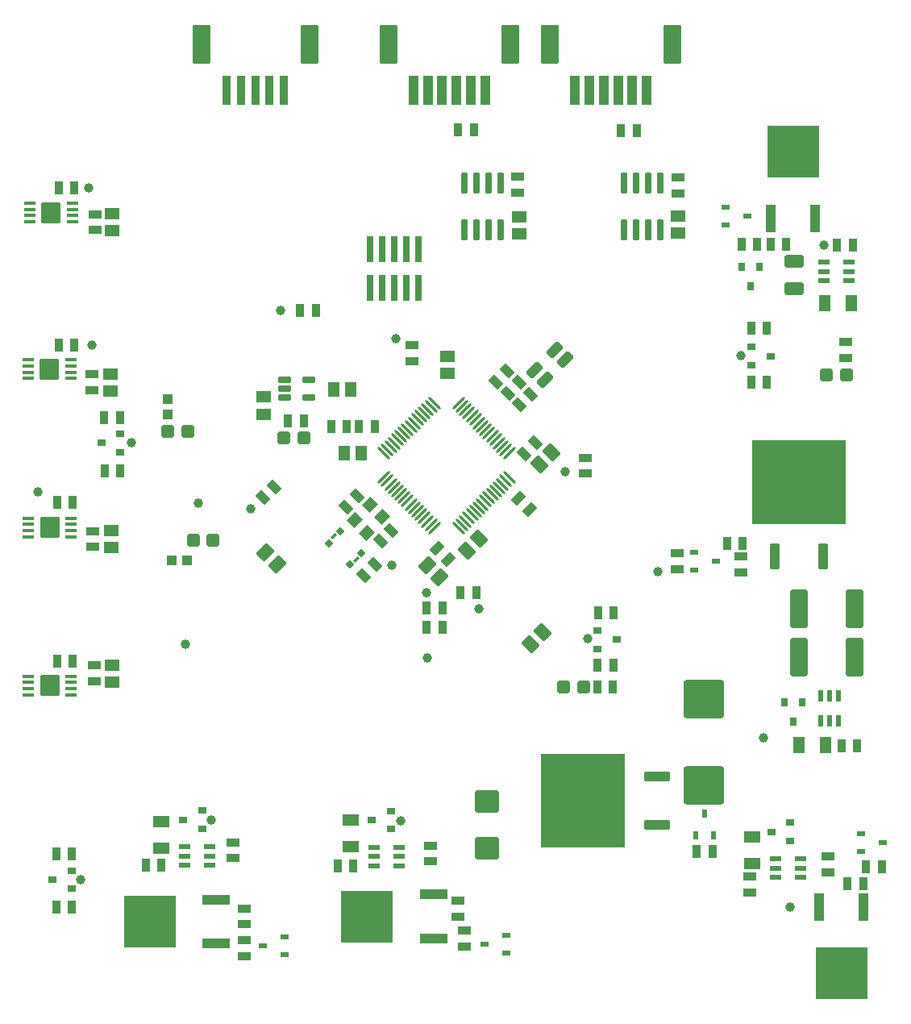
<source format=gtp>
G04*
G04 #@! TF.GenerationSoftware,Altium Limited,Altium Designer,21.6.4 (81)*
G04*
G04 Layer_Color=8421504*
%FSLAX25Y25*%
%MOIN*%
G70*
G04*
G04 #@! TF.SameCoordinates,042D30B8-6E37-4B2D-B353-5EAC6A6B4B5F*
G04*
G04*
G04 #@! TF.FilePolarity,Positive*
G04*
G01*
G75*
G04:AMPARAMS|DCode=18|XSize=55.12mil|YSize=35.43mil|CornerRadius=2.66mil|HoleSize=0mil|Usage=FLASHONLY|Rotation=180.000|XOffset=0mil|YOffset=0mil|HoleType=Round|Shape=RoundedRectangle|*
%AMROUNDEDRECTD18*
21,1,0.05512,0.03012,0,0,180.0*
21,1,0.04980,0.03543,0,0,180.0*
1,1,0.00532,-0.02490,0.01506*
1,1,0.00532,0.02490,0.01506*
1,1,0.00532,0.02490,-0.01506*
1,1,0.00532,-0.02490,-0.01506*
%
%ADD18ROUNDEDRECTD18*%
G04:AMPARAMS|DCode=19|XSize=43.31mil|YSize=39.37mil|CornerRadius=2.95mil|HoleSize=0mil|Usage=FLASHONLY|Rotation=180.000|XOffset=0mil|YOffset=0mil|HoleType=Round|Shape=RoundedRectangle|*
%AMROUNDEDRECTD19*
21,1,0.04331,0.03347,0,0,180.0*
21,1,0.03740,0.03937,0,0,180.0*
1,1,0.00591,-0.01870,0.01673*
1,1,0.00591,0.01870,0.01673*
1,1,0.00591,0.01870,-0.01673*
1,1,0.00591,-0.01870,-0.01673*
%
%ADD19ROUNDEDRECTD19*%
G04:AMPARAMS|DCode=20|XSize=43.31mil|YSize=39.37mil|CornerRadius=2.95mil|HoleSize=0mil|Usage=FLASHONLY|Rotation=270.000|XOffset=0mil|YOffset=0mil|HoleType=Round|Shape=RoundedRectangle|*
%AMROUNDEDRECTD20*
21,1,0.04331,0.03347,0,0,270.0*
21,1,0.03740,0.03937,0,0,270.0*
1,1,0.00591,-0.01673,-0.01870*
1,1,0.00591,-0.01673,0.01870*
1,1,0.00591,0.01673,0.01870*
1,1,0.00591,0.01673,-0.01870*
%
%ADD20ROUNDEDRECTD20*%
G04:AMPARAMS|DCode=21|XSize=51.18mil|YSize=51.18mil|CornerRadius=5.12mil|HoleSize=0mil|Usage=FLASHONLY|Rotation=0.000|XOffset=0mil|YOffset=0mil|HoleType=Round|Shape=RoundedRectangle|*
%AMROUNDEDRECTD21*
21,1,0.05118,0.04095,0,0,0.0*
21,1,0.04095,0.05118,0,0,0.0*
1,1,0.01024,0.02047,-0.02047*
1,1,0.01024,-0.02047,-0.02047*
1,1,0.01024,-0.02047,0.02047*
1,1,0.01024,0.02047,0.02047*
%
%ADD21ROUNDEDRECTD21*%
%ADD22C,0.03937*%
%ADD23R,0.04724X0.02362*%
%ADD24R,0.03543X0.03150*%
G04:AMPARAMS|DCode=25|XSize=49.21mil|YSize=62.99mil|CornerRadius=4.92mil|HoleSize=0mil|Usage=FLASHONLY|Rotation=225.000|XOffset=0mil|YOffset=0mil|HoleType=Round|Shape=RoundedRectangle|*
%AMROUNDEDRECTD25*
21,1,0.04921,0.05315,0,0,225.0*
21,1,0.03937,0.06299,0,0,225.0*
1,1,0.00984,-0.03271,0.00487*
1,1,0.00984,-0.00487,0.03271*
1,1,0.00984,0.03271,-0.00487*
1,1,0.00984,0.00487,-0.03271*
%
%ADD25ROUNDEDRECTD25*%
G04:AMPARAMS|DCode=26|XSize=55.12mil|YSize=35.43mil|CornerRadius=2.66mil|HoleSize=0mil|Usage=FLASHONLY|Rotation=90.000|XOffset=0mil|YOffset=0mil|HoleType=Round|Shape=RoundedRectangle|*
%AMROUNDEDRECTD26*
21,1,0.05512,0.03012,0,0,90.0*
21,1,0.04980,0.03543,0,0,90.0*
1,1,0.00532,0.01506,0.02490*
1,1,0.00532,0.01506,-0.02490*
1,1,0.00532,-0.01506,-0.02490*
1,1,0.00532,-0.01506,0.02490*
%
%ADD26ROUNDEDRECTD26*%
%ADD27R,0.11417X0.04331*%
%ADD28R,0.21654X0.21260*%
G04:AMPARAMS|DCode=29|XSize=49.21mil|YSize=62.99mil|CornerRadius=4.92mil|HoleSize=0mil|Usage=FLASHONLY|Rotation=44.000|XOffset=0mil|YOffset=0mil|HoleType=Round|Shape=RoundedRectangle|*
%AMROUNDEDRECTD29*
21,1,0.04921,0.05315,0,0,44.0*
21,1,0.03937,0.06299,0,0,44.0*
1,1,0.00984,0.03262,-0.00544*
1,1,0.00984,0.00430,-0.03279*
1,1,0.00984,-0.03262,0.00544*
1,1,0.00984,-0.00430,0.03279*
%
%ADD29ROUNDEDRECTD29*%
G04:AMPARAMS|DCode=30|XSize=49.21mil|YSize=62.99mil|CornerRadius=4.92mil|HoleSize=0mil|Usage=FLASHONLY|Rotation=135.000|XOffset=0mil|YOffset=0mil|HoleType=Round|Shape=RoundedRectangle|*
%AMROUNDEDRECTD30*
21,1,0.04921,0.05315,0,0,135.0*
21,1,0.03937,0.06299,0,0,135.0*
1,1,0.00984,0.00487,0.03271*
1,1,0.00984,0.03271,0.00487*
1,1,0.00984,-0.00487,-0.03271*
1,1,0.00984,-0.03271,-0.00487*
%
%ADD30ROUNDEDRECTD30*%
G04:AMPARAMS|DCode=31|XSize=55.12mil|YSize=35.43mil|CornerRadius=2.66mil|HoleSize=0mil|Usage=FLASHONLY|Rotation=135.000|XOffset=0mil|YOffset=0mil|HoleType=Round|Shape=RoundedRectangle|*
%AMROUNDEDRECTD31*
21,1,0.05512,0.03012,0,0,135.0*
21,1,0.04980,0.03543,0,0,135.0*
1,1,0.00532,-0.00696,0.02826*
1,1,0.00532,0.02826,-0.00696*
1,1,0.00532,0.00696,-0.02826*
1,1,0.00532,-0.02826,0.00696*
%
%ADD31ROUNDEDRECTD31*%
G04:AMPARAMS|DCode=32|XSize=25.59mil|YSize=23.62mil|CornerRadius=1.77mil|HoleSize=0mil|Usage=FLASHONLY|Rotation=315.000|XOffset=0mil|YOffset=0mil|HoleType=Round|Shape=RoundedRectangle|*
%AMROUNDEDRECTD32*
21,1,0.02559,0.02008,0,0,315.0*
21,1,0.02205,0.02362,0,0,315.0*
1,1,0.00354,0.00070,-0.01489*
1,1,0.00354,-0.01489,0.00070*
1,1,0.00354,-0.00070,0.01489*
1,1,0.00354,0.01489,-0.00070*
%
%ADD32ROUNDEDRECTD32*%
G04:AMPARAMS|DCode=33|XSize=13.78mil|YSize=27.56mil|CornerRadius=1.03mil|HoleSize=0mil|Usage=FLASHONLY|Rotation=315.000|XOffset=0mil|YOffset=0mil|HoleType=Round|Shape=RoundedRectangle|*
%AMROUNDEDRECTD33*
21,1,0.01378,0.02549,0,0,315.0*
21,1,0.01171,0.02756,0,0,315.0*
1,1,0.00207,-0.00487,-0.01315*
1,1,0.00207,-0.01315,-0.00487*
1,1,0.00207,0.00487,0.01315*
1,1,0.00207,0.01315,0.00487*
%
%ADD33ROUNDEDRECTD33*%
G04:AMPARAMS|DCode=34|XSize=51.18mil|YSize=43.31mil|CornerRadius=0mil|HoleSize=0mil|Usage=FLASHONLY|Rotation=45.000|XOffset=0mil|YOffset=0mil|HoleType=Round|Shape=Rectangle|*
%AMROTATEDRECTD34*
4,1,4,-0.00278,-0.03341,-0.03341,-0.00278,0.00278,0.03341,0.03341,0.00278,-0.00278,-0.03341,0.0*
%
%ADD34ROTATEDRECTD34*%

G04:AMPARAMS|DCode=35|XSize=49.21mil|YSize=62.99mil|CornerRadius=4.92mil|HoleSize=0mil|Usage=FLASHONLY|Rotation=0.000|XOffset=0mil|YOffset=0mil|HoleType=Round|Shape=RoundedRectangle|*
%AMROUNDEDRECTD35*
21,1,0.04921,0.05315,0,0,0.0*
21,1,0.03937,0.06299,0,0,0.0*
1,1,0.00984,0.01968,-0.02657*
1,1,0.00984,-0.01968,-0.02657*
1,1,0.00984,-0.01968,0.02657*
1,1,0.00984,0.01968,0.02657*
%
%ADD35ROUNDEDRECTD35*%
G04:AMPARAMS|DCode=36|XSize=39.37mil|YSize=66.93mil|CornerRadius=3.94mil|HoleSize=0mil|Usage=FLASHONLY|Rotation=135.000|XOffset=0mil|YOffset=0mil|HoleType=Round|Shape=RoundedRectangle|*
%AMROUNDEDRECTD36*
21,1,0.03937,0.05906,0,0,135.0*
21,1,0.03150,0.06693,0,0,135.0*
1,1,0.00787,0.00974,0.03202*
1,1,0.00787,0.03202,0.00974*
1,1,0.00787,-0.00974,-0.03202*
1,1,0.00787,-0.03202,-0.00974*
%
%ADD36ROUNDEDRECTD36*%
G04:AMPARAMS|DCode=37|XSize=49.21mil|YSize=62.99mil|CornerRadius=4.92mil|HoleSize=0mil|Usage=FLASHONLY|Rotation=270.000|XOffset=0mil|YOffset=0mil|HoleType=Round|Shape=RoundedRectangle|*
%AMROUNDEDRECTD37*
21,1,0.04921,0.05315,0,0,270.0*
21,1,0.03937,0.06299,0,0,270.0*
1,1,0.00984,-0.02657,-0.01968*
1,1,0.00984,-0.02657,0.01968*
1,1,0.00984,0.02657,0.01968*
1,1,0.00984,0.02657,-0.01968*
%
%ADD37ROUNDEDRECTD37*%
G04:AMPARAMS|DCode=38|XSize=55.12mil|YSize=35.43mil|CornerRadius=2.66mil|HoleSize=0mil|Usage=FLASHONLY|Rotation=225.000|XOffset=0mil|YOffset=0mil|HoleType=Round|Shape=RoundedRectangle|*
%AMROUNDEDRECTD38*
21,1,0.05512,0.03012,0,0,225.0*
21,1,0.04980,0.03543,0,0,225.0*
1,1,0.00532,-0.02826,-0.00696*
1,1,0.00532,0.00696,0.02826*
1,1,0.00532,0.02826,0.00696*
1,1,0.00532,-0.00696,-0.02826*
%
%ADD38ROUNDEDRECTD38*%
G04:AMPARAMS|DCode=39|XSize=11.81mil|YSize=70.87mil|CornerRadius=0mil|HoleSize=0mil|Usage=FLASHONLY|Rotation=45.000|XOffset=0mil|YOffset=0mil|HoleType=Round|Shape=Round|*
%AMOVALD39*
21,1,0.05906,0.01181,0.00000,0.00000,135.0*
1,1,0.01181,0.02088,-0.02088*
1,1,0.01181,-0.02088,0.02088*
%
%ADD39OVALD39*%

G04:AMPARAMS|DCode=40|XSize=11.81mil|YSize=70.87mil|CornerRadius=0mil|HoleSize=0mil|Usage=FLASHONLY|Rotation=135.000|XOffset=0mil|YOffset=0mil|HoleType=Round|Shape=Round|*
%AMOVALD40*
21,1,0.05906,0.01181,0.00000,0.00000,225.0*
1,1,0.01181,0.02088,0.02088*
1,1,0.01181,-0.02088,-0.02088*
%
%ADD40OVALD40*%

G04:AMPARAMS|DCode=41|XSize=24.8mil|YSize=51.18mil|CornerRadius=1.86mil|HoleSize=0mil|Usage=FLASHONLY|Rotation=90.000|XOffset=0mil|YOffset=0mil|HoleType=Round|Shape=RoundedRectangle|*
%AMROUNDEDRECTD41*
21,1,0.02480,0.04746,0,0,90.0*
21,1,0.02108,0.05118,0,0,90.0*
1,1,0.00372,0.02373,0.01054*
1,1,0.00372,0.02373,-0.01054*
1,1,0.00372,-0.02373,-0.01054*
1,1,0.00372,-0.02373,0.01054*
%
%ADD41ROUNDEDRECTD41*%
%ADD42R,0.07087X0.05118*%
G04:AMPARAMS|DCode=43|XSize=90.55mil|YSize=98.43mil|CornerRadius=6.79mil|HoleSize=0mil|Usage=FLASHONLY|Rotation=90.000|XOffset=0mil|YOffset=0mil|HoleType=Round|Shape=RoundedRectangle|*
%AMROUNDEDRECTD43*
21,1,0.09055,0.08484,0,0,90.0*
21,1,0.07697,0.09843,0,0,90.0*
1,1,0.01358,0.04242,0.03848*
1,1,0.01358,0.04242,-0.03848*
1,1,0.01358,-0.04242,-0.03848*
1,1,0.01358,-0.04242,0.03848*
%
%ADD43ROUNDEDRECTD43*%
%ADD44R,0.03543X0.02362*%
%ADD45R,0.21260X0.21654*%
%ADD46R,0.04331X0.11417*%
%ADD47R,0.02362X0.03543*%
G04:AMPARAMS|DCode=48|XSize=157.48mil|YSize=167.32mil|CornerRadius=11.81mil|HoleSize=0mil|Usage=FLASHONLY|Rotation=90.000|XOffset=0mil|YOffset=0mil|HoleType=Round|Shape=RoundedRectangle|*
%AMROUNDEDRECTD48*
21,1,0.15748,0.14370,0,0,90.0*
21,1,0.13386,0.16732,0,0,90.0*
1,1,0.02362,0.07185,0.06693*
1,1,0.02362,0.07185,-0.06693*
1,1,0.02362,-0.07185,-0.06693*
1,1,0.02362,-0.07185,0.06693*
%
%ADD48ROUNDEDRECTD48*%
%ADD49R,0.03150X0.03543*%
%ADD50R,0.05118X0.07087*%
%ADD51R,0.02362X0.04724*%
G04:AMPARAMS|DCode=52|XSize=70.87mil|YSize=157.48mil|CornerRadius=7.09mil|HoleSize=0mil|Usage=FLASHONLY|Rotation=0.000|XOffset=0mil|YOffset=0mil|HoleType=Round|Shape=RoundedRectangle|*
%AMROUNDEDRECTD52*
21,1,0.07087,0.14331,0,0,0.0*
21,1,0.05669,0.15748,0,0,0.0*
1,1,0.01417,0.02835,-0.07165*
1,1,0.01417,-0.02835,-0.07165*
1,1,0.01417,-0.02835,0.07165*
1,1,0.01417,0.02835,0.07165*
%
%ADD52ROUNDEDRECTD52*%
%ADD53R,0.38976X0.34646*%
G04:AMPARAMS|DCode=54|XSize=106.3mil|YSize=41.73mil|CornerRadius=5.22mil|HoleSize=0mil|Usage=FLASHONLY|Rotation=90.000|XOffset=0mil|YOffset=0mil|HoleType=Round|Shape=RoundedRectangle|*
%AMROUNDEDRECTD54*
21,1,0.10630,0.03130,0,0,90.0*
21,1,0.09587,0.04173,0,0,90.0*
1,1,0.01043,0.01565,0.04793*
1,1,0.01043,0.01565,-0.04793*
1,1,0.01043,-0.01565,-0.04793*
1,1,0.01043,-0.01565,0.04793*
%
%ADD54ROUNDEDRECTD54*%
G04:AMPARAMS|DCode=55|XSize=78.74mil|YSize=51.18mil|CornerRadius=5.12mil|HoleSize=0mil|Usage=FLASHONLY|Rotation=180.000|XOffset=0mil|YOffset=0mil|HoleType=Round|Shape=RoundedRectangle|*
%AMROUNDEDRECTD55*
21,1,0.07874,0.04095,0,0,180.0*
21,1,0.06850,0.05118,0,0,180.0*
1,1,0.01024,-0.03425,0.02047*
1,1,0.01024,0.03425,0.02047*
1,1,0.01024,0.03425,-0.02047*
1,1,0.01024,-0.03425,-0.02047*
%
%ADD55ROUNDEDRECTD55*%
G04:AMPARAMS|DCode=56|XSize=86.61mil|YSize=23.62mil|CornerRadius=1.77mil|HoleSize=0mil|Usage=FLASHONLY|Rotation=90.000|XOffset=0mil|YOffset=0mil|HoleType=Round|Shape=RoundedRectangle|*
%AMROUNDEDRECTD56*
21,1,0.08661,0.02008,0,0,90.0*
21,1,0.08307,0.02362,0,0,90.0*
1,1,0.00354,0.01004,0.04153*
1,1,0.00354,0.01004,-0.04153*
1,1,0.00354,-0.01004,-0.04153*
1,1,0.00354,-0.01004,0.04153*
%
%ADD56ROUNDEDRECTD56*%
G04:AMPARAMS|DCode=57|XSize=49.21mil|YSize=15.75mil|CornerRadius=1.18mil|HoleSize=0mil|Usage=FLASHONLY|Rotation=180.000|XOffset=0mil|YOffset=0mil|HoleType=Round|Shape=RoundedRectangle|*
%AMROUNDEDRECTD57*
21,1,0.04921,0.01339,0,0,180.0*
21,1,0.04685,0.01575,0,0,180.0*
1,1,0.00236,-0.02343,0.00669*
1,1,0.00236,0.02343,0.00669*
1,1,0.00236,0.02343,-0.00669*
1,1,0.00236,-0.02343,-0.00669*
%
%ADD57ROUNDEDRECTD57*%
G04:AMPARAMS|DCode=58|XSize=78.74mil|YSize=88.58mil|CornerRadius=5.91mil|HoleSize=0mil|Usage=FLASHONLY|Rotation=180.000|XOffset=0mil|YOffset=0mil|HoleType=Round|Shape=RoundedRectangle|*
%AMROUNDEDRECTD58*
21,1,0.07874,0.07677,0,0,180.0*
21,1,0.06693,0.08858,0,0,180.0*
1,1,0.01181,-0.03347,0.03839*
1,1,0.01181,0.03347,0.03839*
1,1,0.01181,0.03347,-0.03839*
1,1,0.01181,-0.03347,-0.03839*
%
%ADD58ROUNDEDRECTD58*%
%ADD59R,0.34646X0.38976*%
G04:AMPARAMS|DCode=60|XSize=106.3mil|YSize=41.73mil|CornerRadius=5.22mil|HoleSize=0mil|Usage=FLASHONLY|Rotation=180.000|XOffset=0mil|YOffset=0mil|HoleType=Round|Shape=RoundedRectangle|*
%AMROUNDEDRECTD60*
21,1,0.10630,0.03130,0,0,180.0*
21,1,0.09587,0.04173,0,0,180.0*
1,1,0.01043,-0.04793,0.01565*
1,1,0.01043,0.04793,0.01565*
1,1,0.01043,0.04793,-0.01565*
1,1,0.01043,-0.04793,-0.01565*
%
%ADD60ROUNDEDRECTD60*%
G04:AMPARAMS|DCode=61|XSize=39.37mil|YSize=122.05mil|CornerRadius=2.95mil|HoleSize=0mil|Usage=FLASHONLY|Rotation=0.000|XOffset=0mil|YOffset=0mil|HoleType=Round|Shape=RoundedRectangle|*
%AMROUNDEDRECTD61*
21,1,0.03937,0.11614,0,0,0.0*
21,1,0.03347,0.12205,0,0,0.0*
1,1,0.00591,0.01673,-0.05807*
1,1,0.00591,-0.01673,-0.05807*
1,1,0.00591,-0.01673,0.05807*
1,1,0.00591,0.01673,0.05807*
%
%ADD61ROUNDEDRECTD61*%
G04:AMPARAMS|DCode=62|XSize=74.8mil|YSize=157.48mil|CornerRadius=5.61mil|HoleSize=0mil|Usage=FLASHONLY|Rotation=0.000|XOffset=0mil|YOffset=0mil|HoleType=Round|Shape=RoundedRectangle|*
%AMROUNDEDRECTD62*
21,1,0.07480,0.14626,0,0,0.0*
21,1,0.06358,0.15748,0,0,0.0*
1,1,0.01122,0.03179,-0.07313*
1,1,0.01122,-0.03179,-0.07313*
1,1,0.01122,-0.03179,0.07313*
1,1,0.01122,0.03179,0.07313*
%
%ADD62ROUNDEDRECTD62*%
G04:AMPARAMS|DCode=63|XSize=35.43mil|YSize=118.11mil|CornerRadius=2.66mil|HoleSize=0mil|Usage=FLASHONLY|Rotation=0.000|XOffset=0mil|YOffset=0mil|HoleType=Round|Shape=RoundedRectangle|*
%AMROUNDEDRECTD63*
21,1,0.03543,0.11280,0,0,0.0*
21,1,0.03012,0.11811,0,0,0.0*
1,1,0.00532,0.01506,-0.05640*
1,1,0.00532,-0.01506,-0.05640*
1,1,0.00532,-0.01506,0.05640*
1,1,0.00532,0.01506,0.05640*
%
%ADD63ROUNDEDRECTD63*%
%ADD64R,0.02900X0.11000*%
D18*
X315100Y287748D02*
D03*
Y281252D02*
D03*
X207360Y233367D02*
D03*
Y239863D02*
D03*
X66260Y53563D02*
D03*
Y47067D02*
D03*
Y33976D02*
D03*
Y40472D02*
D03*
X143260Y79531D02*
D03*
Y73035D02*
D03*
X154551Y50315D02*
D03*
Y56811D02*
D03*
X157535Y38012D02*
D03*
Y44508D02*
D03*
X307760Y75063D02*
D03*
Y68567D02*
D03*
X275300Y66748D02*
D03*
Y60252D02*
D03*
X245260Y200493D02*
D03*
Y193996D02*
D03*
X271760Y199063D02*
D03*
Y192567D02*
D03*
X245757Y355831D02*
D03*
Y349335D02*
D03*
X179253Y356159D02*
D03*
Y349663D02*
D03*
X4760Y340563D02*
D03*
Y334067D02*
D03*
X3760Y209563D02*
D03*
Y203067D02*
D03*
X4267Y154105D02*
D03*
Y147609D02*
D03*
X61873Y80908D02*
D03*
Y74412D02*
D03*
X135560Y286441D02*
D03*
Y279945D02*
D03*
X3238Y274507D02*
D03*
Y268011D02*
D03*
D19*
X34800Y264099D02*
D03*
Y257800D02*
D03*
D20*
X36501Y197400D02*
D03*
X42800D02*
D03*
D21*
X306966Y274200D02*
D03*
X315234D02*
D03*
X53534Y205800D02*
D03*
X45266D02*
D03*
X43034Y250800D02*
D03*
X34766D02*
D03*
X206594Y145015D02*
D03*
X198326D02*
D03*
X91094Y248115D02*
D03*
X82826D02*
D03*
D22*
X42200Y162700D02*
D03*
X142060Y157015D02*
D03*
X306045Y327815D02*
D03*
X81341Y300815D02*
D03*
X-19100Y226000D02*
D03*
X141712Y184115D02*
D03*
X127404Y195367D02*
D03*
X271760Y282215D02*
D03*
X199060Y234215D02*
D03*
X47300Y221200D02*
D03*
X69060Y218915D02*
D03*
X2026Y351383D02*
D03*
X129060Y289217D02*
D03*
X-1240Y65512D02*
D03*
X19660Y246215D02*
D03*
X3238Y286605D02*
D03*
X52625Y90238D02*
D03*
X131059Y89696D02*
D03*
X208353Y165151D02*
D03*
X237360Y192725D02*
D03*
X163500Y177400D02*
D03*
X292197Y54122D02*
D03*
X281160Y124115D02*
D03*
D23*
X51944Y71575D02*
D03*
Y75315D02*
D03*
Y79055D02*
D03*
X41708D02*
D03*
Y75315D02*
D03*
Y71575D02*
D03*
X130378Y71295D02*
D03*
Y75036D02*
D03*
Y78776D02*
D03*
X120142D02*
D03*
Y75036D02*
D03*
Y71295D02*
D03*
X286142Y66575D02*
D03*
Y70315D02*
D03*
Y74055D02*
D03*
X296378D02*
D03*
Y70315D02*
D03*
Y66575D02*
D03*
X306045Y320697D02*
D03*
Y316957D02*
D03*
Y313217D02*
D03*
X316281D02*
D03*
Y316957D02*
D03*
Y320697D02*
D03*
D24*
X48991Y86575D02*
D03*
Y94055D02*
D03*
X41117Y90315D02*
D03*
X15165Y242275D02*
D03*
Y249755D02*
D03*
X7291Y246015D02*
D03*
X212419Y168492D02*
D03*
Y161011D02*
D03*
X220293Y164751D02*
D03*
X-12874Y65512D02*
D03*
X-5000Y69252D02*
D03*
Y61772D02*
D03*
X127060Y86491D02*
D03*
Y93971D02*
D03*
X119186Y90231D02*
D03*
X292197Y81575D02*
D03*
Y89055D02*
D03*
X284323Y85315D02*
D03*
X276185Y285711D02*
D03*
Y278231D02*
D03*
X284059Y281971D02*
D03*
D25*
X184768Y162923D02*
D03*
X189752Y167906D02*
D03*
X188368Y237223D02*
D03*
X193351Y242206D02*
D03*
D26*
X8578Y234552D02*
D03*
X15074D02*
D03*
X14989Y256575D02*
D03*
X8493D02*
D03*
X32043Y71575D02*
D03*
X25546D02*
D03*
X162208Y184115D02*
D03*
X155712D02*
D03*
X141812Y177715D02*
D03*
X148308D02*
D03*
X141712Y169715D02*
D03*
X148208D02*
D03*
X219073Y175962D02*
D03*
X212577D02*
D03*
X212212Y145015D02*
D03*
X218708D02*
D03*
X90908Y255315D02*
D03*
X84412D02*
D03*
X-11441Y76079D02*
D03*
X-4944D02*
D03*
X-11401Y54267D02*
D03*
X-4905D02*
D03*
X105043Y71232D02*
D03*
X111539D02*
D03*
X323512Y70815D02*
D03*
X330008D02*
D03*
X315843Y63984D02*
D03*
X322339D02*
D03*
X259994Y77215D02*
D03*
X253498D02*
D03*
X313332Y120697D02*
D03*
X319828D02*
D03*
X272423Y204531D02*
D03*
X265927D02*
D03*
X275951Y271164D02*
D03*
X282447D02*
D03*
X282383Y293390D02*
D03*
X275887D02*
D03*
X311512Y327815D02*
D03*
X318008D02*
D03*
X290508Y328315D02*
D03*
X284012D02*
D03*
X272012D02*
D03*
X278508D02*
D03*
X222117Y375055D02*
D03*
X228613D02*
D03*
X154860Y375607D02*
D03*
X161356D02*
D03*
X-10427Y351383D02*
D03*
X-3931D02*
D03*
X89412Y300815D02*
D03*
X95908D02*
D03*
X-11109Y155794D02*
D03*
X-4613D02*
D03*
X102312Y252715D02*
D03*
X108808D02*
D03*
X-4630Y221370D02*
D03*
X-11126D02*
D03*
X212506Y154103D02*
D03*
X219002D02*
D03*
X-3931Y286605D02*
D03*
X-10427D02*
D03*
X120308Y252715D02*
D03*
X113812D02*
D03*
D27*
X54621Y39019D02*
D03*
Y57130D02*
D03*
X144567Y59370D02*
D03*
Y41260D02*
D03*
D28*
X27259Y48074D02*
D03*
X117205Y50315D02*
D03*
D29*
X163531Y206483D02*
D03*
X158462Y201588D02*
D03*
D30*
X142168Y195606D02*
D03*
X147151Y190623D02*
D03*
X80057Y195865D02*
D03*
X75074Y200848D02*
D03*
D31*
X122549Y205359D02*
D03*
X127142Y209952D02*
D03*
X120357Y195812D02*
D03*
X115763Y191218D02*
D03*
X112944Y224267D02*
D03*
X108350Y219673D02*
D03*
X170477Y271285D02*
D03*
X175071Y275878D02*
D03*
X179899Y271095D02*
D03*
X175305Y266501D02*
D03*
X184549Y266312D02*
D03*
X179956Y261718D02*
D03*
X186757Y246112D02*
D03*
X182163Y241518D02*
D03*
X78657Y228012D02*
D03*
X74063Y223418D02*
D03*
D32*
X106042Y209366D02*
D03*
X114811Y200597D02*
D03*
X110078Y195864D02*
D03*
X101309Y204633D02*
D03*
D33*
X112862Y197813D02*
D03*
X103258Y207417D02*
D03*
D34*
X116983Y209011D02*
D03*
X123386Y215414D02*
D03*
X118375Y220425D02*
D03*
X111972Y214022D02*
D03*
D35*
X114783Y241782D02*
D03*
X107736Y241783D02*
D03*
X110383Y268015D02*
D03*
X103336D02*
D03*
D36*
X186496Y276327D02*
D03*
X190672Y272151D02*
D03*
X199024Y280503D02*
D03*
X194848Y284679D02*
D03*
D37*
X150360Y274691D02*
D03*
Y281738D02*
D03*
X74382Y257997D02*
D03*
Y265045D02*
D03*
X245757Y339825D02*
D03*
Y332778D02*
D03*
X179984Y339676D02*
D03*
Y332629D02*
D03*
X11760Y333791D02*
D03*
Y340839D02*
D03*
X11519Y202904D02*
D03*
Y209951D02*
D03*
X11680Y154105D02*
D03*
Y147058D02*
D03*
X10971Y274447D02*
D03*
Y267400D02*
D03*
D38*
X184357Y218618D02*
D03*
X179763Y223212D02*
D03*
X150757Y197818D02*
D03*
X146163Y202412D02*
D03*
D39*
X124110Y241783D02*
D03*
X125502Y243175D02*
D03*
X126894Y244566D02*
D03*
X128286Y245958D02*
D03*
X129678Y247350D02*
D03*
X131070Y248742D02*
D03*
X132462Y250134D02*
D03*
X133853Y251526D02*
D03*
X135245Y252918D02*
D03*
X136637Y254310D02*
D03*
X138029Y255702D02*
D03*
X139421Y257094D02*
D03*
X140813Y258486D02*
D03*
X142205Y259878D02*
D03*
X143597Y261270D02*
D03*
X144989Y262662D02*
D03*
X175890Y231761D02*
D03*
X174498Y230369D02*
D03*
X173106Y228977D02*
D03*
X171714Y227585D02*
D03*
X170322Y226193D02*
D03*
X168930Y224801D02*
D03*
X167538Y223409D02*
D03*
X166147Y222017D02*
D03*
X164755Y220625D02*
D03*
X163363Y219233D02*
D03*
X161971Y217841D02*
D03*
X160579Y216449D02*
D03*
X159187Y215057D02*
D03*
X157795Y213665D02*
D03*
X156403Y212273D02*
D03*
X155011Y210881D02*
D03*
D40*
Y262662D02*
D03*
X156403Y261270D02*
D03*
X157795Y259878D02*
D03*
X159187Y258486D02*
D03*
X160579Y257094D02*
D03*
X161971Y255702D02*
D03*
X163363Y254310D02*
D03*
X164755Y252918D02*
D03*
X166147Y251526D02*
D03*
X167538Y250134D02*
D03*
X168930Y248742D02*
D03*
X170322Y247350D02*
D03*
X171714Y245958D02*
D03*
X173106Y244566D02*
D03*
X174498Y243175D02*
D03*
X175890Y241783D02*
D03*
X144989Y210881D02*
D03*
X143597Y212273D02*
D03*
X142205Y213665D02*
D03*
X140813Y215057D02*
D03*
X139421Y216449D02*
D03*
X138029Y217841D02*
D03*
X136637Y219233D02*
D03*
X135245Y220625D02*
D03*
X133853Y222017D02*
D03*
X132462Y223409D02*
D03*
X131070Y224801D02*
D03*
X129678Y226193D02*
D03*
X128286Y227585D02*
D03*
X126894Y228977D02*
D03*
X125502Y230369D02*
D03*
X124110Y231761D02*
D03*
D41*
X93132Y272247D02*
D03*
Y264767D02*
D03*
X83061D02*
D03*
Y268507D02*
D03*
Y272247D02*
D03*
D42*
X110260Y90055D02*
D03*
Y79031D02*
D03*
X276260Y72283D02*
D03*
Y83307D02*
D03*
X31944Y78543D02*
D03*
Y89567D02*
D03*
D43*
X166746Y97845D02*
D03*
Y78554D02*
D03*
D44*
X165732Y38813D02*
D03*
X174787Y42553D02*
D03*
Y35073D02*
D03*
X330288Y80815D02*
D03*
X321232Y77075D02*
D03*
Y84555D02*
D03*
X252476Y200985D02*
D03*
Y193505D02*
D03*
X261531Y197245D02*
D03*
X274288Y339815D02*
D03*
X265232Y336075D02*
D03*
Y343555D02*
D03*
X82993Y34524D02*
D03*
Y42004D02*
D03*
X73938Y38264D02*
D03*
D45*
X313260Y26760D02*
D03*
X293260Y366370D02*
D03*
D46*
X304205Y54122D02*
D03*
X322315D02*
D03*
X284205Y339008D02*
D03*
X302315D02*
D03*
D47*
X253006Y83830D02*
D03*
X260486D02*
D03*
X256746Y92885D02*
D03*
D48*
X256260Y104598D02*
D03*
Y140032D02*
D03*
D49*
X293308Y130815D02*
D03*
X289568Y138689D02*
D03*
X297049D02*
D03*
X279500Y318752D02*
D03*
X272020D02*
D03*
X275760Y310878D02*
D03*
D50*
X306803Y121197D02*
D03*
X295779D02*
D03*
X317272Y303815D02*
D03*
X306248D02*
D03*
D51*
X312031Y141433D02*
D03*
X308291D02*
D03*
X304551D02*
D03*
Y131197D02*
D03*
X308291D02*
D03*
X312031D02*
D03*
D52*
X295706Y157586D02*
D03*
X318817D02*
D03*
Y177586D02*
D03*
X295706D02*
D03*
D53*
X295760Y230012D02*
D03*
D54*
X305760Y199315D02*
D03*
X285760D02*
D03*
D55*
X293725Y309737D02*
D03*
Y321154D02*
D03*
D56*
X223358Y334018D02*
D03*
X228358D02*
D03*
X233358D02*
D03*
X238358D02*
D03*
Y353506D02*
D03*
X233358D02*
D03*
X228358D02*
D03*
X223358D02*
D03*
X157274Y334102D02*
D03*
X162274D02*
D03*
X167274D02*
D03*
X172274D02*
D03*
Y353590D02*
D03*
X167274D02*
D03*
X162274D02*
D03*
X157274D02*
D03*
D57*
X-5247Y207263D02*
D03*
Y209822D02*
D03*
Y212381D02*
D03*
Y214940D02*
D03*
X-22963Y214979D02*
D03*
Y212420D02*
D03*
Y209861D02*
D03*
Y207302D02*
D03*
X-5230Y141944D02*
D03*
Y144503D02*
D03*
Y147062D02*
D03*
Y149621D02*
D03*
X-22947Y149660D02*
D03*
Y147101D02*
D03*
Y144542D02*
D03*
Y141983D02*
D03*
X-22457Y337500D02*
D03*
Y340059D02*
D03*
Y342618D02*
D03*
Y345177D02*
D03*
X-4740Y345138D02*
D03*
Y342579D02*
D03*
Y340020D02*
D03*
Y337461D02*
D03*
X-23104Y272721D02*
D03*
Y275280D02*
D03*
Y277839D02*
D03*
Y280398D02*
D03*
X-5387Y280359D02*
D03*
Y277800D02*
D03*
Y275241D02*
D03*
Y272682D02*
D03*
D58*
X-14105Y211101D02*
D03*
X-14088Y145782D02*
D03*
X-13598Y341299D02*
D03*
X-14245Y276520D02*
D03*
D59*
X206246Y98200D02*
D03*
D60*
X236943Y108200D02*
D03*
Y88200D02*
D03*
D61*
X232717Y391772D02*
D03*
X220906D02*
D03*
X203189D02*
D03*
X209094D02*
D03*
X226811D02*
D03*
X215000D02*
D03*
X165906D02*
D03*
X154094D02*
D03*
X136378D02*
D03*
X142283D02*
D03*
X160000D02*
D03*
X148189D02*
D03*
D62*
X243248Y410747D02*
D03*
X192854D02*
D03*
X176437D02*
D03*
X126043D02*
D03*
X93248D02*
D03*
X48760D02*
D03*
D63*
X70906Y391772D02*
D03*
X82717D02*
D03*
X65000D02*
D03*
X59094D02*
D03*
X76811D02*
D03*
D64*
X118460Y310215D02*
D03*
Y326215D02*
D03*
X123460Y310215D02*
D03*
Y326215D02*
D03*
X128460Y310215D02*
D03*
Y326215D02*
D03*
X133460Y310215D02*
D03*
Y326215D02*
D03*
X138460Y310215D02*
D03*
Y326215D02*
D03*
M02*

</source>
